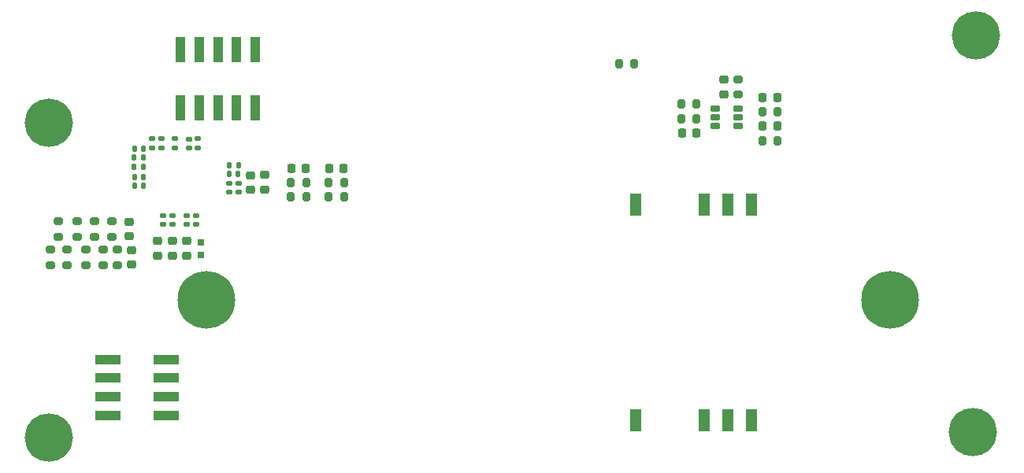
<source format=gbs>
G04 #@! TF.GenerationSoftware,KiCad,Pcbnew,8.0.0-rc1*
G04 #@! TF.CreationDate,2025-03-27T12:12:56+03:00*
G04 #@! TF.ProjectId,GSM_CT_V1.0,47534d5f-4354-45f5-9631-2e302e6b6963,rev?*
G04 #@! TF.SameCoordinates,Original*
G04 #@! TF.FileFunction,Soldermask,Bot*
G04 #@! TF.FilePolarity,Negative*
%FSLAX46Y46*%
G04 Gerber Fmt 4.6, Leading zero omitted, Abs format (unit mm)*
G04 Created by KiCad (PCBNEW 8.0.0-rc1) date 2025-03-27 12:12:56*
%MOMM*%
%LPD*%
G01*
G04 APERTURE LIST*
G04 Aperture macros list*
%AMRoundRect*
0 Rectangle with rounded corners*
0 $1 Rounding radius*
0 $2 $3 $4 $5 $6 $7 $8 $9 X,Y pos of 4 corners*
0 Add a 4 corners polygon primitive as box body*
4,1,4,$2,$3,$4,$5,$6,$7,$8,$9,$2,$3,0*
0 Add four circle primitives for the rounded corners*
1,1,$1+$1,$2,$3*
1,1,$1+$1,$4,$5*
1,1,$1+$1,$6,$7*
1,1,$1+$1,$8,$9*
0 Add four rect primitives between the rounded corners*
20,1,$1+$1,$2,$3,$4,$5,0*
20,1,$1+$1,$4,$5,$6,$7,0*
20,1,$1+$1,$6,$7,$8,$9,0*
20,1,$1+$1,$8,$9,$2,$3,0*%
G04 Aperture macros list end*
%ADD10C,5.200000*%
%ADD11C,0.900000*%
%ADD12C,6.200000*%
%ADD13RoundRect,0.225000X0.225000X0.250000X-0.225000X0.250000X-0.225000X-0.250000X0.225000X-0.250000X0*%
%ADD14RoundRect,0.225000X-0.225000X-0.250000X0.225000X-0.250000X0.225000X0.250000X-0.225000X0.250000X0*%
%ADD15RoundRect,0.218750X-0.256250X0.218750X-0.256250X-0.218750X0.256250X-0.218750X0.256250X0.218750X0*%
%ADD16RoundRect,0.140000X0.170000X-0.140000X0.170000X0.140000X-0.170000X0.140000X-0.170000X-0.140000X0*%
%ADD17RoundRect,0.225000X-0.250000X0.225000X-0.250000X-0.225000X0.250000X-0.225000X0.250000X0.225000X0*%
%ADD18RoundRect,0.200000X0.200000X0.275000X-0.200000X0.275000X-0.200000X-0.275000X0.200000X-0.275000X0*%
%ADD19R,2.750000X1.000000*%
%ADD20RoundRect,0.200000X-0.275000X0.200000X-0.275000X-0.200000X0.275000X-0.200000X0.275000X0.200000X0*%
%ADD21RoundRect,0.140000X0.140000X0.170000X-0.140000X0.170000X-0.140000X-0.170000X0.140000X-0.170000X0*%
%ADD22R,0.700000X0.650000*%
%ADD23RoundRect,0.130435X-0.419565X0.169565X-0.419565X-0.169565X0.419565X-0.169565X0.419565X0.169565X0*%
%ADD24RoundRect,0.200000X-0.200000X-0.275000X0.200000X-0.275000X0.200000X0.275000X-0.200000X0.275000X0*%
%ADD25RoundRect,0.140000X-0.170000X0.140000X-0.170000X-0.140000X0.170000X-0.140000X0.170000X0.140000X0*%
%ADD26RoundRect,0.225000X0.250000X-0.225000X0.250000X0.225000X-0.250000X0.225000X-0.250000X-0.225000X0*%
%ADD27RoundRect,0.140000X-0.140000X-0.170000X0.140000X-0.170000X0.140000X0.170000X-0.140000X0.170000X0*%
%ADD28RoundRect,0.135000X-0.135000X-0.185000X0.135000X-0.185000X0.135000X0.185000X-0.135000X0.185000X0*%
%ADD29R,1.000000X2.750000*%
%ADD30R,1.300000X2.400000*%
G04 APERTURE END LIST*
D10*
X163120000Y-75070000D03*
X162840000Y-117710000D03*
X63460000Y-118310000D03*
D11*
X77790000Y-103490000D03*
X78540000Y-101640000D03*
X78540000Y-105340000D03*
X80390000Y-100890000D03*
D12*
X80390000Y-103490000D03*
D11*
X80390000Y-106090000D03*
X82240000Y-101640000D03*
X82240000Y-105340000D03*
X82990000Y-103490000D03*
D10*
X63460000Y-84410000D03*
D11*
X151290000Y-103490000D03*
X152040000Y-101640000D03*
X152040000Y-105340000D03*
X153890000Y-100890000D03*
D12*
X153890000Y-103490000D03*
D11*
X153890000Y-106090000D03*
X155740000Y-101640000D03*
X155740000Y-105340000D03*
X156490000Y-103490000D03*
D13*
X95177500Y-89327500D03*
X93627500Y-89327500D03*
D14*
X140225000Y-84810000D03*
X141775000Y-84810000D03*
D15*
X75200000Y-97172500D03*
X75200000Y-98747500D03*
D16*
X75790000Y-95400000D03*
X75790000Y-94440000D03*
D17*
X76760000Y-97185000D03*
X76760000Y-98735000D03*
D13*
X91072500Y-89352500D03*
X89522500Y-89352500D03*
D18*
X95215000Y-92410000D03*
X93565000Y-92410000D03*
D19*
X69813263Y-109908264D03*
X76063263Y-109908264D03*
X69813263Y-111908264D03*
X76063263Y-111908264D03*
X69813263Y-113908264D03*
X76063263Y-113908264D03*
X69813263Y-115908264D03*
X76063263Y-115908264D03*
D20*
X63620000Y-98090000D03*
X63620000Y-99740000D03*
D16*
X83850000Y-91910000D03*
X83850000Y-90950000D03*
D20*
X68380000Y-95050000D03*
X68380000Y-96700000D03*
D16*
X76780000Y-95400000D03*
X76780000Y-94440000D03*
D21*
X73650000Y-90270000D03*
X72690000Y-90270000D03*
D20*
X67440000Y-98095000D03*
X67440000Y-99745000D03*
X137600000Y-79770000D03*
X137600000Y-81420000D03*
D16*
X82850000Y-91910000D03*
X82850000Y-90950000D03*
D21*
X73640000Y-87200000D03*
X72680000Y-87200000D03*
D17*
X78320000Y-97165000D03*
X78320000Y-98715000D03*
X72410000Y-98150000D03*
X72410000Y-99700000D03*
D13*
X133115000Y-85550000D03*
X131565000Y-85550000D03*
D20*
X64500000Y-95050000D03*
X64500000Y-96700000D03*
D16*
X78290000Y-95400000D03*
X78290000Y-94440000D03*
X74600000Y-87140000D03*
X74600000Y-86180000D03*
D20*
X69320000Y-98090000D03*
X69320000Y-99740000D03*
D22*
X79870000Y-98635000D03*
X79870000Y-97285000D03*
D21*
X73620000Y-89190000D03*
X72660000Y-89190000D03*
D23*
X135090000Y-84805000D03*
X135090000Y-83855000D03*
X135090000Y-82905000D03*
X137590000Y-82905000D03*
X137590000Y-83855000D03*
X137590000Y-84805000D03*
D24*
X124745000Y-78090000D03*
X126395000Y-78090000D03*
D18*
X133125000Y-82410000D03*
X131475000Y-82410000D03*
D25*
X78530000Y-86190000D03*
X78530000Y-87150000D03*
D26*
X85130000Y-91635000D03*
X85130000Y-90085000D03*
D25*
X77020000Y-86180000D03*
X77020000Y-87140000D03*
D21*
X73660000Y-91250000D03*
X72700000Y-91250000D03*
D26*
X136060000Y-81375000D03*
X136060000Y-79825000D03*
D16*
X79280000Y-95400000D03*
X79280000Y-94440000D03*
D27*
X82840000Y-89980000D03*
X83800000Y-89980000D03*
D26*
X86690000Y-91625000D03*
X86690000Y-90075000D03*
D28*
X82860000Y-88980000D03*
X83880000Y-88980000D03*
D16*
X75580000Y-87140000D03*
X75580000Y-86180000D03*
D17*
X72120000Y-95115000D03*
X72120000Y-96665000D03*
D20*
X66500000Y-95040000D03*
X66500000Y-96690000D03*
D29*
X77650000Y-76545000D03*
X77650000Y-82795000D03*
X79650000Y-76545000D03*
X79650000Y-82795000D03*
X81650000Y-76545000D03*
X81650000Y-82795000D03*
X83650000Y-76545000D03*
X83650000Y-82795000D03*
X85650000Y-76545000D03*
X85650000Y-82795000D03*
D24*
X89515000Y-90890000D03*
X91165000Y-90890000D03*
D20*
X70870000Y-98085000D03*
X70870000Y-99735000D03*
D24*
X93565000Y-90880000D03*
X95215000Y-90880000D03*
X131475000Y-83990000D03*
X133125000Y-83990000D03*
D20*
X65470000Y-98080000D03*
X65470000Y-99730000D03*
D18*
X91145000Y-92410000D03*
X89495000Y-92410000D03*
D20*
X70290000Y-95050000D03*
X70290000Y-96700000D03*
D24*
X140175000Y-83250000D03*
X141825000Y-83250000D03*
D21*
X73610000Y-88200000D03*
X72650000Y-88200000D03*
D30*
X138990000Y-116450000D03*
X136450000Y-116450000D03*
X133910000Y-116450000D03*
X133910000Y-93250000D03*
X136450000Y-93250000D03*
X138990000Y-93250000D03*
X126590000Y-116450000D03*
X126590000Y-93250000D03*
D14*
X140225000Y-81700000D03*
X141775000Y-81700000D03*
D18*
X141825000Y-86380000D03*
X140175000Y-86380000D03*
D25*
X79510000Y-86180000D03*
X79510000Y-87140000D03*
M02*

</source>
